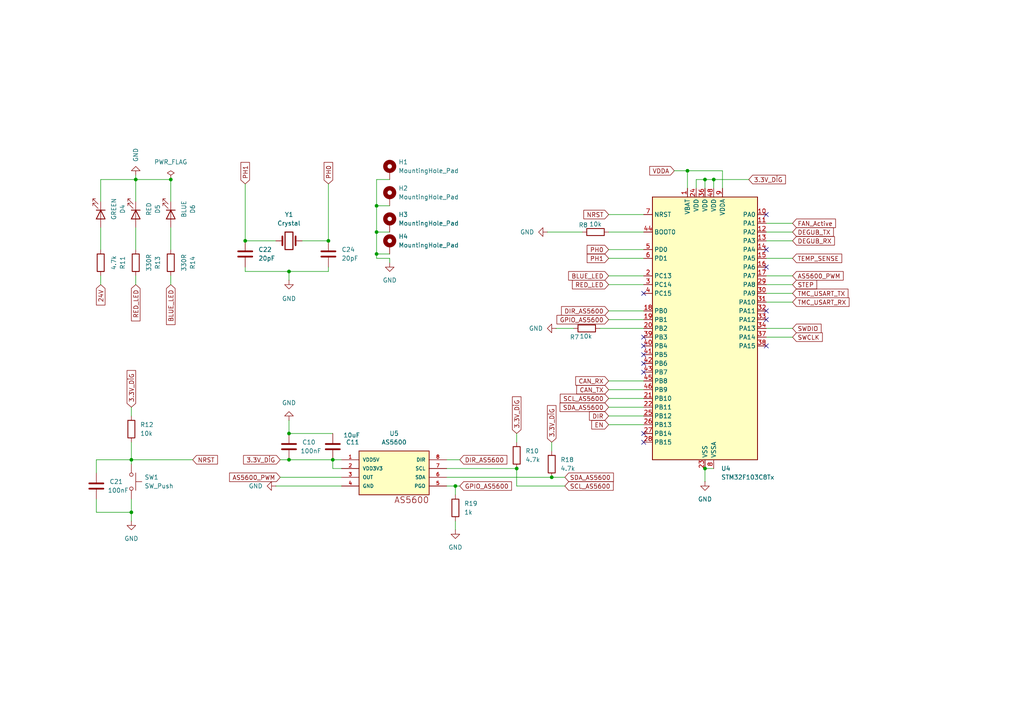
<source format=kicad_sch>
(kicad_sch (version 20250114) (generator "eeschema") (generator_version "9.0")
  (paper "A4")
  (lib_symbols
    (symbol "AS5600:AS5600" (pin_names (offset 1.016))
      (property "Reference" "U" (at 0 0 0))
      (property "Value" "AS5600" (at 0 0 0))
      (symbol "AS5600_0_0"
        (rectangle (start -10.16 -7.62) (end 10.16 5.08) (stroke (width 0.254)) (fill (type background)))
        (text "AS5600" (at 0 -10.16 0) (effects (font (size 1.778 1.778)) (justify left bottom)))
        (pin power_in line (at -15.24 2.54 0) (length 5.08) (name "VDD5V") (number "1"))
        (pin power_in line (at -15.24 0 0) (length 5.08) (name "VDD3V3") (number "2"))
        (pin output line (at -15.24 -2.54 0) (length 5.08) (name "OUT") (number "3"))
        (pin power_in line (at -15.24 -5.08 0) (length 5.08) (name "GND") (number "4"))
        (pin input line (at 15.24 2.54 180) (length 5.08) (name "DIR") (number "8"))
        (pin input line (at 15.24 0 180) (length 5.08) (name "SCL") (number "7"))
        (pin bidirectional line (at 15.24 -2.54 180) (length 5.08) (name "SDA") (number "6"))
        (pin input line (at 15.24 -5.08 180) (length 5.08) (name "PGO") (number "5"))
      )
    )
    (symbol "Device:C" (pin_numbers (hide yes)) (pin_names (offset 0.254))
      (property "Reference" "C" (at 0.635 2.54 0))
      (property "Value" "C" (at 0.635 -2.54 0))
      (symbol "C_0_1"
        (polyline (pts (xy -2.032 0.762) (xy 2.032 0.762)) (stroke (width 0.508)))
        (polyline (pts (xy -2.032 -0.762) (xy 2.032 -0.762)) (stroke (width 0.508)))
      )
      (symbol "C_1_1"
        (pin passive line (at 0 3.81 270) (length 2.794) (name "~") (number "1"))
        (pin passive line (at 0 -3.81 90) (length 2.794) (name "~") (number "2"))
      )
    )
    (symbol "Device:Crystal" (pin_numbers (hide yes)) (pin_names (offset 1.016) (hide yes))
      (property "Reference" "Y" (at 0 3.81 0))
      (property "Value" "Crystal" (at 0 -3.81 0))
      (symbol "Crystal_0_1"
        (polyline (pts (xy -2.54 0) (xy -1.905 0)))
        (polyline (pts (xy -1.905 -1.27) (xy -1.905 1.27)) (stroke (width 0.508)))
        (rectangle (start -1.143 2.54) (end 1.143 -2.54) (stroke (width 0.3048)))
        (polyline (pts (xy 1.905 -1.27) (xy 1.905 1.27)) (stroke (width 0.508)))
        (polyline (pts (xy 2.54 0) (xy 1.905 0)))
      )
      (symbol "Crystal_1_1"
        (pin passive line (at -3.81 0 0) (length 1.27) (name "1") (number "1"))
        (pin passive line (at 3.81 0 180) (length 1.27) (name "2") (number "2"))
      )
    )
    (symbol "Device:LED" (pin_numbers (hide yes)) (pin_names (offset 1.016) (hide yes))
      (property "Reference" "D" (at 0 2.54 0))
      (property "Value" "LED" (at 0 -2.54 0))
      (symbol "LED_0_1"
        (polyline (pts (xy -3.048 -0.762) (xy -4.572 -2.286) (xy -3.81 -2.286) (xy -4.572 -2.286) (xy -4.572 -1.524)))
        (polyline (pts (xy -1.778 -0.762) (xy -3.302 -2.286) (xy -2.54 -2.286) (xy -3.302 -2.286) (xy -3.302 -1.524)))
        (polyline (pts (xy -1.27 0) (xy 1.27 0)))
        (polyline (pts (xy -1.27 -1.27) (xy -1.27 1.27)) (stroke (width 0.254)))
        (polyline (pts (xy 1.27 -1.27) (xy 1.27 1.27) (xy -1.27 0) (xy 1.27 -1.27)) (stroke (width 0.254)))
      )
      (symbol "LED_1_1"
        (pin passive line (at -3.81 0 0) (length 2.54) (name "K") (number "1"))
        (pin passive line (at 3.81 0 180) (length 2.54) (name "A") (number "2"))
      )
    )
    (symbol "Device:R" (pin_numbers (hide yes)) (pin_names (offset 0))
      (property "Reference" "R" (at 2.032 0 90))
      (property "Value" "R" (at 0 0 90))
      (symbol "R_0_1"
        (rectangle (start -1.016 -2.54) (end 1.016 2.54) (stroke (width 0.254)))
      )
      (symbol "R_1_1"
        (pin passive line (at 0 3.81 270) (length 1.27) (name "~") (number "1"))
        (pin passive line (at 0 -3.81 90) (length 1.27) (name "~") (number "2"))
      )
    )
    (symbol "MCU_ST_STM32F1:STM32F103C8Tx"
      (property "Reference" "U" (at -15.24 39.37 0))
      (property "Value" "STM32F103C8Tx" (at 7.62 39.37 0))
      (symbol "STM32F103C8Tx_0_1"
        (rectangle (start -15.24 -38.1) (end 15.24 38.1) (stroke (width 0.254)) (fill (type background)))
      )
      (symbol "STM32F103C8Tx_1_1"
        (pin input line (at -17.78 33.02 0) (length 2.54) (name "NRST") (number "7"))
        (pin input line (at -17.78 27.94 0) (length 2.54) (name "BOOT0") (number "44"))
        (pin bidirectional line (at -17.78 22.86 0) (length 2.54) (name "PD0") (number "5"))
        (pin bidirectional line (at -17.78 20.32 0) (length 2.54) (name "PD1") (number "6"))
        (pin bidirectional line (at -17.78 15.24 0) (length 2.54) (name "PC13") (number "2"))
        (pin bidirectional line (at -17.78 12.7 0) (length 2.54) (name "PC14") (number "3"))
        (pin bidirectional line (at -17.78 10.16 0) (length 2.54) (name "PC15") (number "4"))
        (pin bidirectional line (at -17.78 5.08 0) (length 2.54) (name "PB0") (number "18"))
        (pin bidirectional line (at -17.78 2.54 0) (length 2.54) (name "PB1") (number "19"))
        (pin bidirectional line (at -17.78 0 0) (length 2.54) (name "PB2") (number "20"))
        (pin bidirectional line (at -17.78 -2.54 0) (length 2.54) (name "PB3") (number "39"))
        (pin bidirectional line (at -17.78 -5.08 0) (length 2.54) (name "PB4") (number "40"))
        (pin bidirectional line (at -17.78 -7.62 0) (length 2.54) (name "PB5") (number "41"))
        (pin bidirectional line (at -17.78 -10.16 0) (length 2.54) (name "PB6") (number "42"))
        (pin bidirectional line (at -17.78 -12.7 0) (length 2.54) (name "PB7") (number "43"))
        (pin bidirectional line (at -17.78 -15.24 0) (length 2.54) (name "PB8") (number "45"))
        (pin bidirectional line (at -17.78 -17.78 0) (length 2.54) (name "PB9") (number "46"))
        (pin bidirectional line (at -17.78 -20.32 0) (length 2.54) (name "PB10") (number "21"))
        (pin bidirectional line (at -17.78 -22.86 0) (length 2.54) (name "PB11") (number "22"))
        (pin bidirectional line (at -17.78 -25.4 0) (length 2.54) (name "PB12") (number "25"))
        (pin bidirectional line (at -17.78 -27.94 0) (length 2.54) (name "PB13") (number "26"))
        (pin bidirectional line (at -17.78 -30.48 0) (length 2.54) (name "PB14") (number "27"))
        (pin bidirectional line (at -17.78 -33.02 0) (length 2.54) (name "PB15") (number "28"))
        (pin power_in line (at -5.08 40.64 270) (length 2.54) (name "VBAT") (number "1"))
        (pin power_in line (at -2.54 40.64 270) (length 2.54) (name "VDD") (number "24"))
        (pin power_in line (at 0 40.64 270) (length 2.54) (name "VDD") (number "36"))
        (pin power_in line (at 0 -40.64 90) (length 2.54) (name "VSS") (number "23"))
        (pin passive line (at 0 -40.64 90) (length 2.54) (hide yes) (name "VSS") (number "35"))
        (pin passive line (at 0 -40.64 90) (length 2.54) (hide yes) (name "VSS") (number "47"))
        (pin power_in line (at 2.54 40.64 270) (length 2.54) (name "VDD") (number "48"))
        (pin power_in line (at 2.54 -40.64 90) (length 2.54) (name "VSSA") (number "8"))
        (pin power_in line (at 5.08 40.64 270) (length 2.54) (name "VDDA") (number "9"))
        (pin bidirectional line (at 17.78 33.02 180) (length 2.54) (name "PA0") (number "10"))
        (pin bidirectional line (at 17.78 30.48 180) (length 2.54) (name "PA1") (number "11"))
        (pin bidirectional line (at 17.78 27.94 180) (length 2.54) (name "PA2") (number "12"))
        (pin bidirectional line (at 17.78 25.4 180) (length 2.54) (name "PA3") (number "13"))
        (pin bidirectional line (at 17.78 22.86 180) (length 2.54) (name "PA4") (number "14"))
        (pin bidirectional line (at 17.78 20.32 180) (length 2.54) (name "PA5") (number "15"))
        (pin bidirectional line (at 17.78 17.78 180) (length 2.54) (name "PA6") (number "16"))
        (pin bidirectional line (at 17.78 15.24 180) (length 2.54) (name "PA7") (number "17"))
        (pin bidirectional line (at 17.78 12.7 180) (length 2.54) (name "PA8") (number "29"))
        (pin bidirectional line (at 17.78 10.16 180) (length 2.54) (name "PA9") (number "30"))
        (pin bidirectional line (at 17.78 7.62 180) (length 2.54) (name "PA10") (number "31"))
        (pin bidirectional line (at 17.78 5.08 180) (length 2.54) (name "PA11") (number "32"))
        (pin bidirectional line (at 17.78 2.54 180) (length 2.54) (name "PA12") (number "33"))
        (pin bidirectional line (at 17.78 0 180) (length 2.54) (name "PA13") (number "34"))
        (pin bidirectional line (at 17.78 -2.54 180) (length 2.54) (name "PA14") (number "37"))
        (pin bidirectional line (at 17.78 -5.08 180) (length 2.54) (name "PA15") (number "38"))
      )
    )
    (symbol "Mechanical:MountingHole_Pad" (pin_numbers (hide yes)) (pin_names (offset 1.016) (hide yes)) (in_bom no)
      (property "Reference" "H" (at 0 6.35 0))
      (property "Value" "MountingHole_Pad" (at 0 4.445 0))
      (symbol "MountingHole_Pad_0_1"
        (circle (center 0 1.27) (radius 1.27) (stroke (width 1.27)))
      )
      (symbol "MountingHole_Pad_1_1"
        (pin input line (at 0 -2.54 90) (length 2.54) (name "1") (number "1"))
      )
    )
    (symbol "Switch:SW_Push" (pin_numbers (hide yes)) (pin_names (offset 1.016) (hide yes))
      (property "Reference" "SW" (at 1.27 2.54 0))
      (property "Value" "SW_Push" (at 0 -1.524 0))
      (symbol "SW_Push_0_1"
        (circle (center -2.032 0) (radius 0.508))
        (polyline (pts (xy 0 1.27) (xy 0 3.048)))
        (circle (center 2.032 0) (radius 0.508))
        (polyline (pts (xy 2.54 1.27) (xy -2.54 1.27)))
        (pin passive line (at -5.08 0 0) (length 2.54) (name "1") (number "1"))
        (pin passive line (at 5.08 0 180) (length 2.54) (name "2") (number "2"))
      )
    )
    (symbol "power:GND" (power) (pin_numbers (hide yes)) (pin_names (offset 0) (hide yes))
      (property "Value" "GND" (at 0 -3.81 0))
      (symbol "GND_0_1"
        (polyline (pts (xy 0 0) (xy 0 -1.27) (xy 1.27 -1.27) (xy 0 -2.54) (xy -1.27 -1.27) (xy 0 -1.27)))
      )
      (symbol "GND_1_1"
        (pin power_in line (at 0 0 270) (length 0) (name "~") (number "1"))
      )
    )
    (symbol "power:PWR_FLAG" (power) (pin_numbers (hide yes)) (pin_names (offset 0) (hide yes))
      (property "Value" "PWR_FLAG" (at 0 3.81 0))
      (symbol "PWR_FLAG_0_0"
        (pin power_out line (at 0 0 90) (length 0) (name "~") (number "1"))
      )
      (symbol "PWR_FLAG_0_1"
        (polyline (pts (xy 0 0) (xy 0 1.27) (xy -1.016 1.905) (xy 0 2.54) (xy 1.016 1.905) (xy 0 1.27)))
      )
    )
  )
  (junction (at 49.53 52.07))
  (junction (at 38.1 133.35))
  (junction (at 204.47 52.07))
  (junction (at 132.08 140.97))
  (junction (at 149.86 135.89))
  (junction (at 39.37 52.07))
  (junction (at 109.22 73.66))
  (junction (at 83.82 78.74))
  (junction (at 95.25 69.85))
  (junction (at 109.22 59.69))
  (junction (at 38.1 148.59))
  (junction (at 199.39 49.53))
  (junction (at 109.22 67.31))
  (junction (at 204.47 135.89))
  (junction (at 160.02 138.43))
  (junction (at 83.82 133.35))
  (junction (at 83.82 125.73))
  (junction (at 96.52 133.35))
  (junction (at 71.12 69.85))
  (junction (at 207.01 52.07))
  (no_connect (at 222.25 92.71))
  (no_connect (at 222.25 90.17))
  (no_connect (at 186.69 107.95))
  (no_connect (at 186.69 102.87))
  (no_connect (at 222.25 72.39))
  (no_connect (at 222.25 62.23))
  (no_connect (at 186.69 97.79))
  (no_connect (at 186.69 105.41))
  (no_connect (at 186.69 85.09))
  (no_connect (at 222.25 77.47))
  (no_connect (at 186.69 128.27))
  (no_connect (at 186.69 125.73))
  (no_connect (at 186.69 100.33))
  (no_connect (at 222.25 100.33))
  (wire (pts (xy 99.06 135.89) (xy 96.52 135.89)))
  (wire (pts (xy 222.25 95.25) (xy 229.87 95.25)))
  (wire (pts (xy 38.1 133.35) (xy 55.88 133.35)))
  (wire (pts (xy 176.53 62.23) (xy 186.69 62.23)))
  (wire (pts (xy 149.86 140.97) (xy 149.86 135.89)))
  (wire (pts (xy 27.94 133.35) (xy 38.1 133.35)))
  (wire (pts (xy 96.52 135.89) (xy 96.52 133.35)))
  (wire (pts (xy 222.25 97.79) (xy 229.87 97.79)))
  (wire (pts (xy 71.12 53.34) (xy 71.12 69.85)))
  (wire (pts (xy 39.37 52.07) (xy 39.37 58.42)))
  (wire (pts (xy 109.22 52.07) (xy 113.03 52.07)))
  (wire (pts (xy 176.53 110.49) (xy 186.69 110.49)))
  (wire (pts (xy 109.22 73.66) (xy 109.22 67.31)))
  (wire (pts (xy 201.93 52.07) (xy 204.47 52.07)))
  (wire (pts (xy 27.94 148.59) (xy 38.1 148.59)))
  (wire (pts (xy 39.37 52.07) (xy 29.21 52.07)))
  (wire (pts (xy 149.86 125.73) (xy 149.86 128.27)))
  (wire (pts (xy 49.53 66.04) (xy 49.53 72.39)))
  (wire (pts (xy 49.53 52.07) (xy 49.53 58.42)))
  (wire (pts (xy 83.82 78.74) (xy 95.25 78.74)))
  (wire (pts (xy 27.94 137.16) (xy 27.94 133.35)))
  (wire (pts (xy 229.87 80.01) (xy 222.25 80.01)))
  (wire (pts (xy 204.47 52.07) (xy 207.01 52.07)))
  (wire (pts (xy 160.02 128.27) (xy 160.02 130.81)))
  (wire (pts (xy 204.47 52.07) (xy 204.47 54.61)))
  (wire (pts (xy 207.01 52.07) (xy 217.17 52.07)))
  (wire (pts (xy 109.22 59.69) (xy 109.22 67.31)))
  (wire (pts (xy 176.53 90.17) (xy 186.69 90.17)))
  (wire (pts (xy 38.1 118.11) (xy 38.1 120.65)))
  (wire (pts (xy 201.93 54.61) (xy 201.93 52.07)))
  (wire (pts (xy 209.55 49.53) (xy 209.55 54.61)))
  (wire (pts (xy 109.22 74.93) (xy 109.22 73.66)))
  (wire (pts (xy 132.08 140.97) (xy 129.54 140.97)))
  (wire (pts (xy 132.08 151.13) (xy 132.08 153.67)))
  (wire (pts (xy 176.53 115.57) (xy 186.69 115.57)))
  (wire (pts (xy 109.22 52.07) (xy 109.22 59.69)))
  (wire (pts (xy 109.22 73.66) (xy 113.03 73.66)))
  (wire (pts (xy 71.12 78.74) (xy 71.12 77.47)))
  (wire (pts (xy 38.1 148.59) (xy 38.1 144.78)))
  (wire (pts (xy 133.35 140.97) (xy 132.08 140.97)))
  (wire (pts (xy 176.53 67.31) (xy 186.69 67.31)))
  (wire (pts (xy 176.53 72.39) (xy 186.69 72.39)))
  (wire (pts (xy 176.53 123.19) (xy 186.69 123.19)))
  (wire (pts (xy 158.75 67.31) (xy 168.91 67.31)))
  (wire (pts (xy 38.1 133.35) (xy 38.1 134.62)))
  (wire (pts (xy 71.12 78.74) (xy 83.82 78.74)))
  (wire (pts (xy 113.03 74.93) (xy 109.22 74.93)))
  (wire (pts (xy 222.25 82.55) (xy 229.87 82.55)))
  (wire (pts (xy 207.01 52.07) (xy 207.01 54.61)))
  (wire (pts (xy 29.21 52.07) (xy 29.21 58.42)))
  (wire (pts (xy 95.25 53.34) (xy 95.25 69.85)))
  (wire (pts (xy 96.52 133.35) (xy 99.06 133.35)))
  (wire (pts (xy 83.82 78.74) (xy 83.82 81.28)))
  (wire (pts (xy 176.53 113.03) (xy 186.69 113.03)))
  (wire (pts (xy 166.37 95.25) (xy 161.29 95.25)))
  (wire (pts (xy 39.37 66.04) (xy 39.37 72.39)))
  (wire (pts (xy 27.94 144.78) (xy 27.94 148.59)))
  (wire (pts (xy 83.82 125.73) (xy 96.52 125.73)))
  (wire (pts (xy 199.39 49.53) (xy 199.39 54.61)))
  (wire (pts (xy 195.58 49.53) (xy 199.39 49.53)))
  (wire (pts (xy 81.28 138.43) (xy 99.06 138.43)))
  (wire (pts (xy 176.53 82.55) (xy 186.69 82.55)))
  (wire (pts (xy 222.25 87.63) (xy 229.87 87.63)))
  (wire (pts (xy 132.08 140.97) (xy 132.08 143.51)))
  (wire (pts (xy 80.01 140.97) (xy 99.06 140.97)))
  (wire (pts (xy 39.37 80.01) (xy 39.37 82.55)))
  (wire (pts (xy 176.53 74.93) (xy 186.69 74.93)))
  (wire (pts (xy 29.21 80.01) (xy 29.21 82.55)))
  (wire (pts (xy 49.53 52.07) (xy 39.37 52.07)))
  (wire (pts (xy 95.25 78.74) (xy 95.25 77.47)))
  (wire (pts (xy 109.22 67.31) (xy 113.03 67.31)))
  (wire (pts (xy 129.54 138.43) (xy 160.02 138.43)))
  (wire (pts (xy 83.82 121.92) (xy 83.82 125.73)))
  (wire (pts (xy 222.25 64.77) (xy 229.87 64.77)))
  (wire (pts (xy 38.1 148.59) (xy 38.1 151.13)))
  (wire (pts (xy 222.25 69.85) (xy 229.87 69.85)))
  (wire (pts (xy 222.25 74.93) (xy 229.87 74.93)))
  (wire (pts (xy 113.03 74.93) (xy 113.03 76.2)))
  (wire (pts (xy 176.53 92.71) (xy 186.69 92.71)))
  (wire (pts (xy 163.83 140.97) (xy 149.86 140.97)))
  (wire (pts (xy 176.53 80.01) (xy 186.69 80.01)))
  (wire (pts (xy 29.21 66.04) (xy 29.21 72.39)))
  (wire (pts (xy 109.22 59.69) (xy 113.03 59.69)))
  (wire (pts (xy 129.54 133.35) (xy 133.35 133.35)))
  (wire (pts (xy 39.37 50.8) (xy 39.37 52.07)))
  (wire (pts (xy 87.63 69.85) (xy 95.25 69.85)))
  (wire (pts (xy 49.53 80.01) (xy 49.53 82.55)))
  (wire (pts (xy 71.12 69.85) (xy 80.01 69.85)))
  (wire (pts (xy 160.02 138.43) (xy 163.83 138.43)))
  (wire (pts (xy 38.1 128.27) (xy 38.1 133.35)))
  (wire (pts (xy 204.47 135.89) (xy 204.47 139.7)))
  (wire (pts (xy 83.82 133.35) (xy 96.52 133.35)))
  (wire (pts (xy 176.53 118.11) (xy 186.69 118.11)))
  (wire (pts (xy 204.47 135.89) (xy 207.01 135.89)))
  (wire (pts (xy 222.25 67.31) (xy 229.87 67.31)))
  (wire (pts (xy 81.28 133.35) (xy 83.82 133.35)))
  (wire (pts (xy 222.25 85.09) (xy 229.87 85.09)))
  (wire (pts (xy 176.53 120.65) (xy 186.69 120.65)))
  (wire (pts (xy 199.39 49.53) (xy 209.55 49.53)))
  (wire (pts (xy 129.54 135.89) (xy 149.86 135.89)))
  (wire (pts (xy 186.69 95.25) (xy 173.99 95.25)))
  (global_label "BLUE_LED" (shape input) (at 176.53 80.01 180) (property "Intersheetrefs" "${INTERSHEET_REFS}" (effects (hide yes))))
  (global_label "SCL_AS5600" (shape input) (at 176.53 115.57 180) (property "Intersheetrefs" "${INTERSHEET_REFS}" (effects (hide yes))))
  (global_label "3.3V_DİG" (shape input) (at 217.17 52.07 0) (property "Intersheetrefs" "${INTERSHEET_REFS}" (effects (hide yes))))
  (global_label "DIR" (shape input) (at 176.53 120.65 180) (property "Intersheetrefs" "${INTERSHEET_REFS}" (effects (hide yes))))
  (global_label "SWCLK" (shape input) (at 229.87 97.79 0) (property "Intersheetrefs" "${INTERSHEET_REFS}" (effects (hide yes))))
  (global_label "EN" (shape input) (at 176.53 123.19 180) (property "Intersheetrefs" "${INTERSHEET_REFS}" (effects (hide yes))))
  (global_label "AS5600_PWM" (shape input) (at 81.28 138.43 180) (property "Intersheetrefs" "${INTERSHEET_REFS}" (effects (hide yes))))
  (global_label "RED_LED" (shape input) (at 176.53 82.55 180) (property "Intersheetrefs" "${INTERSHEET_REFS}" (effects (hide yes))))
  (global_label "NRST" (shape input) (at 176.53 62.23 180) (property "Intersheetrefs" "${INTERSHEET_REFS}" (effects (hide yes))))
  (global_label "GPIO_AS5600" (shape input) (at 176.53 92.71 180) (property "Intersheetrefs" "${INTERSHEET_REFS}" (effects (hide yes))))
  (global_label "PH0" (shape input) (at 95.25 53.34 90) (property "Intersheetrefs" "${INTERSHEET_REFS}" (effects (hide yes))))
  (global_label "NRST" (shape input) (at 55.88 133.35 0) (property "Intersheetrefs" "${INTERSHEET_REFS}" (effects (hide yes))))
  (global_label "DEGUB_RX" (shape input) (at 229.87 69.85 0) (property "Intersheetrefs" "${INTERSHEET_REFS}" (effects (hide yes))))
  (global_label "24V" (shape input) (at 29.21 82.55 270) (property "Intersheetrefs" "${INTERSHEET_REFS}" (effects (hide yes))))
  (global_label "DIR_AS5600" (shape input) (at 176.53 90.17 180) (property "Intersheetrefs" "${INTERSHEET_REFS}" (effects (hide yes))))
  (global_label "3.3V_DİG" (shape input) (at 160.02 128.27 90) (property "Intersheetrefs" "${INTERSHEET_REFS}" (effects (hide yes))))
  (global_label "STEP" (shape input) (at 229.87 82.55 0) (property "Intersheetrefs" "${INTERSHEET_REFS}" (effects (hide yes))))
  (global_label "CAN_RX" (shape input) (at 176.53 110.49 180) (property "Intersheetrefs" "${INTERSHEET_REFS}" (effects (hide yes))))
  (global_label "VDDA" (shape input) (at 195.58 49.53 180) (property "Intersheetrefs" "${INTERSHEET_REFS}" (effects (hide yes))))
  (global_label "SDA_AS5600" (shape input) (at 163.83 138.43 0) (property "Intersheetrefs" "${INTERSHEET_REFS}" (effects (hide yes))))
  (global_label "RED_LED" (shape input) (at 39.37 82.55 270) (property "Intersheetrefs" "${INTERSHEET_REFS}" (effects (hide yes))))
  (global_label "DIR_AS5600" (shape input) (at 133.35 133.35 0) (property "Intersheetrefs" "${INTERSHEET_REFS}" (effects (hide yes))))
  (global_label "FAN_Active" (shape input) (at 229.87 64.77 0) (property "Intersheetrefs" "${INTERSHEET_REFS}" (effects (hide yes))))
  (global_label "PH1" (shape input) (at 71.12 53.34 90) (property "Intersheetrefs" "${INTERSHEET_REFS}" (effects (hide yes))))
  (global_label "SWDIO" (shape input) (at 229.87 95.25 0) (property "Intersheetrefs" "${INTERSHEET_REFS}" (effects (hide yes))))
  (global_label "BLUE_LED" (shape input) (at 49.53 82.55 270) (property "Intersheetrefs" "${INTERSHEET_REFS}" (effects (hide yes))))
  (global_label "AS5600_PWM" (shape input) (at 229.87 80.01 0) (property "Intersheetrefs" "${INTERSHEET_REFS}" (effects (hide yes))))
  (global_label "PH1" (shape input) (at 176.53 74.93 180) (property "Intersheetrefs" "${INTERSHEET_REFS}" (effects (hide yes))))
  (global_label "SDA_AS5600" (shape input) (at 176.53 118.11 180) (property "Intersheetrefs" "${INTERSHEET_REFS}" (effects (hide yes))))
  (global_label "GPIO_AS5600" (shape input) (at 133.35 140.97 0) (property "Intersheetrefs" "${INTERSHEET_REFS}" (effects (hide yes))))
  (global_label "PH0" (shape input) (at 176.53 72.39 180) (property "Intersheetrefs" "${INTERSHEET_REFS}" (effects (hide yes))))
  (global_label "CAN_TX" (shape input) (at 176.53 113.03 180) (property "Intersheetrefs" "${INTERSHEET_REFS}" (effects (hide yes))))
  (global_label "TMC_USART_TX" (shape input) (at 229.87 85.09 0) (property "Intersheetrefs" "${INTERSHEET_REFS}" (effects (hide yes))))
  (global_label "TEMP_SENSE" (shape input) (at 229.87 74.93 0) (property "Intersheetrefs" "${INTERSHEET_REFS}" (effects (hide yes))))
  (global_label "3.3V_DİG" (shape input) (at 81.28 133.35 180) (property "Intersheetrefs" "${INTERSHEET_REFS}" (effects (hide yes))))
  (global_label "SCL_AS5600" (shape input) (at 163.83 140.97 0) (property "Intersheetrefs" "${INTERSHEET_REFS}" (effects (hide yes))))
  (global_label "DEGUB_TX" (shape input) (at 229.87 67.31 0) (property "Intersheetrefs" "${INTERSHEET_REFS}" (effects (hide yes))))
  (global_label "3.3V_DİG" (shape input) (at 38.1 118.11 90) (property "Intersheetrefs" "${INTERSHEET_REFS}" (effects (hide yes))))
  (global_label "TMC_USART_RX" (shape input) (at 229.87 87.63 0) (property "Intersheetrefs" "${INTERSHEET_REFS}" (effects (hide yes))))
  (global_label "3.3V_DİG" (shape input) (at 149.86 125.73 90) (property "Intersheetrefs" "${INTERSHEET_REFS}" (effects (hide yes))))
  (symbol (lib_id "Device:R") (at 38.1 124.46 0) (unit 1)
    (property "Reference" "R12" (at 40.64 123.1899 0) (effects (justify left)))
    (property "Value" "10k" (at 40.64 125.7299 0) (effects (justify left)))
    (property "Footprint" "Resistor_SMD:R_0402_1005Metric" (effects (hide yes)))
    (property "Description" "Resistor" (effects (hide yes)))
  )
  (symbol (lib_id "power:PWR_FLAG") (at 49.53 52.07 0) (unit 1)
    (property "Reference" "#FLG05" (effects (hide yes)))
    (property "Value" "PWR_FLAG" (at 49.53 46.99 0))
    (property "Description" "Special symbol for telling ERC where power comes from" (effects (hide yes)))
  )
  (symbol (lib_id "Mechanical:MountingHole_Pad") (at 113.03 71.12 0) (unit 1) (in_bom no)
    (property "Reference" "H4" (at 115.57 68.5799 0) (effects (justify left)))
    (property "Value" "MountingHole_Pad" (at 115.57 71.1199 0) (effects (justify left)))
    (property "Footprint" "MountingHole:MountingHole_3.5mm_Pad_Via" (effects (hide yes)))
    (property "Description" "Mounting Hole with connection" (effects (hide yes)))
  )
  (symbol (lib_id "Mechanical:MountingHole_Pad") (at 113.03 49.53 0) (unit 1) (in_bom no)
    (property "Reference" "H1" (at 115.57 46.9899 0) (effects (justify left)))
    (property "Value" "MountingHole_Pad" (at 115.57 49.5299 0) (effects (justify left)))
    (property "Footprint" "MountingHole:MountingHole_3.5mm_Pad_Via" (effects (hide yes)))
    (property "Description" "Mounting Hole with connection" (effects (hide yes)))
  )
  (symbol (lib_id "Device:R") (at 132.08 147.32 180) (unit 1)
    (property "Reference" "R19" (at 134.62 146.0499 0) (effects (justify right)))
    (property "Value" "1k" (at 134.62 148.5899 0) (effects (justify right)))
    (property "Footprint" "Resistor_SMD:R_0402_1005Metric" (effects (hide yes)))
    (property "Description" "Resistor" (effects (hide yes)))
  )
  (symbol (lib_id "power:GND") (at 83.82 121.92 180) (unit 1)
    (property "Reference" "#PWR016" (effects (hide yes)))
    (property "Value" "GND" (at 83.82 116.84 0))
    (property "Description" "Power symbol creates a global label with name \"GND\" , ground" (effects (hide yes)))
  )
  (symbol (lib_id "Device:R") (at 39.37 76.2 0) (unit 1)
    (property "Reference" "R13" (at 45.72 76.2 90))
    (property "Value" "330R" (at 43.18 76.2 90))
    (property "Footprint" "Resistor_SMD:R_0402_1005Metric" (effects (hide yes)))
    (property "Description" "Resistor" (effects (hide yes)))
  )
  (symbol (lib_id "Device:R") (at 160.02 134.62 180) (unit 1)
    (property "Reference" "R18" (at 162.56 133.3499 0) (effects (justify right)))
    (property "Value" "4.7k" (at 162.56 135.8899 0) (effects (justify right)))
    (property "Footprint" "Resistor_SMD:R_0402_1005Metric" (effects (hide yes)))
    (property "Description" "Resistor" (effects (hide yes)))
  )
  (symbol (lib_id "Device:LED") (at 49.53 62.23 270) (unit 1)
    (property "Reference" "D6" (at 55.88 60.6425 0))
    (property "Value" "BLUE" (at 53.34 60.6425 0))
    (property "Footprint" "LED_SMD:LED_0402_1005Metric" (effects (hide yes)))
    (property "Description" "Light emitting diode" (effects (hide yes)))
    (property "Sim.Pins" "1=K 2=A" (effects (hide yes)))
  )
  (symbol (lib_id "Device:C") (at 71.12 73.66 0) (unit 1)
    (property "Reference" "C22" (at 74.93 72.3899 0) (effects (justify left)))
    (property "Value" "20pF" (at 74.93 74.9299 0) (effects (justify left)))
    (property "Footprint" "Capacitor_SMD:C_0603_1608Metric" (effects (hide yes)))
    (property "Description" "Unpolarized capacitor" (effects (hide yes)))
  )
  (symbol (lib_id "power:GND") (at 80.01 140.97 270) (unit 1)
    (property "Reference" "#PWR017" (effects (hide yes)))
    (property "Value" "GND" (at 76.2 140.9699 90) (effects (justify right)))
    (property "Description" "Power symbol creates a global label with name \"GND\" , ground" (effects (hide yes)))
  )
  (symbol (lib_id "Device:C") (at 83.82 129.54 0) (unit 1)
    (property "Reference" "C10" (at 87.63 128.2699 0) (effects (justify left)))
    (property "Value" "100nF" (at 87.122 130.81 0) (effects (justify left)))
    (property "Footprint" "Capacitor_SMD:C_0402_1005Metric" (effects (hide yes)))
    (property "Description" "Unpolarized capacitor" (effects (hide yes)))
  )
  (symbol (lib_id "Mechanical:MountingHole_Pad") (at 113.03 64.77 0) (unit 1) (in_bom no)
    (property "Reference" "H3" (at 115.57 62.2299 0) (effects (justify left)))
    (property "Value" "MountingHole_Pad" (at 115.57 64.7699 0) (effects (justify left)))
    (property "Footprint" "MountingHole:MountingHole_3.5mm_Pad_Via" (effects (hide yes)))
    (property "Description" "Mounting Hole with connection" (effects (hide yes)))
  )
  (symbol (lib_id "Device:Crystal") (at 83.82 69.85 0) (unit 1)
    (property "Reference" "Y1" (at 83.82 62.23 0))
    (property "Value" "Crystal" (at 83.82 64.77 0))
    (property "Footprint" "Crystal:Crystal_SMD_5032-2Pin_5.0x3.2mm" (effects (hide yes)))
    (property "Description" "Two pin crystal" (effects (hide yes)))
  )
  (symbol (lib_id "Device:R") (at 29.21 76.2 0) (unit 1)
    (property "Reference" "R11" (at 35.56 76.2 90))
    (property "Value" "4.7k" (at 33.02 76.2 90))
    (property "Footprint" "Resistor_SMD:R_0603_1608Metric" (effects (hide yes)))
    (property "Description" "Resistor" (effects (hide yes)))
  )
  (symbol (lib_id "Device:R") (at 170.18 95.25 90) (unit 1)
    (property "Reference" "R7" (at 166.624 97.79 90))
    (property "Value" "10k" (at 169.926 97.536 90))
    (property "Footprint" "Resistor_SMD:R_0402_1005Metric" (effects (hide yes)))
    (property "Description" "Resistor" (effects (hide yes)))
  )
  (symbol (lib_id "Mechanical:MountingHole_Pad") (at 113.03 57.15 0) (unit 1) (in_bom no)
    (property "Reference" "H2" (at 115.57 54.6099 0) (effects (justify left)))
    (property "Value" "MountingHole_Pad" (at 115.57 57.1499 0) (effects (justify left)))
    (property "Footprint" "MountingHole:MountingHole_3.5mm_Pad_Via" (effects (hide yes)))
    (property "Description" "Mounting Hole with connection" (effects (hide yes)))
  )
  (symbol (lib_id "power:GND") (at 113.03 76.2 0) (unit 1)
    (property "Reference" "#PWR038" (effects (hide yes)))
    (property "Value" "GND" (at 113.03 81.28 0))
    (property "Description" "Power symbol creates a global label with name \"GND\" , ground" (effects (hide yes)))
  )
  (symbol (lib_id "power:GND") (at 158.75 67.31 270) (unit 1)
    (property "Reference" "#PWR024" (effects (hide yes)))
    (property "Value" "GND" (at 154.94 67.3099 90) (effects (justify right)))
    (property "Description" "Power symbol creates a global label with name \"GND\" , ground" (effects (hide yes)))
  )
  (symbol (lib_id "Device:LED") (at 39.37 62.23 270) (unit 1)
    (property "Reference" "D5" (at 45.72 60.6425 0))
    (property "Value" "RED" (at 43.18 60.6425 0))
    (property "Footprint" "LED_SMD:LED_0402_1005Metric" (effects (hide yes)))
    (property "Description" "Light emitting diode" (effects (hide yes)))
    (property "Sim.Pins" "1=K 2=A" (effects (hide yes)))
  )
  (symbol (lib_id "MCU_ST_STM32F1:STM32F103C8Tx") (at 204.47 95.25 0) (unit 1)
    (property "Reference" "U4" (at 209.1533 135.89 0) (effects (justify left)))
    (property "Value" "STM32F103C8Tx" (at 209.1533 138.43 0) (effects (justify left)))
    (property "Footprint" "Package_QFP:LQFP-48_7x7mm_P0.5mm" (effects (hide yes)))
    (property "Datasheet" "https://www.st.com/resource/en/datasheet/stm32f103c8.pdf" (effects (hide yes)))
    (property "Description" "STMicroelectronics Arm Cortex-M3 MCU, 64KB flash, 20KB RAM, 72 MHz, 2.0-3.6V, 37 GPIO, LQFP48" (effects (hide yes)))
  )
  (symbol (lib_id "Device:C") (at 27.94 140.97 0) (unit 1)
    (property "Reference" "C21" (at 31.75 139.6999 0) (effects (justify left)))
    (property "Value" "100nF" (at 31.242 142.24 0) (effects (justify left)))
    (property "Footprint" "Capacitor_SMD:C_0402_1005Metric" (effects (hide yes)))
    (property "Description" "Unpolarized capacitor" (effects (hide yes)))
  )
  (symbol (lib_id "AS5600:AS5600") (at 114.3 135.89 0) (unit 1)
    (property "Reference" "U5" (at 114.3074 125.73 0))
    (property "Value" "AS5600" (at 114.3074 128.27 0))
    (property "Footprint" "AS5600:SOIC8" (effects (hide yes)))
    (property "MF" "Ams AG" (effects (hide yes)))
    (property "Description_1" "Hall Effect Sensor Rotary Position External Magnet, Not Included Gull Wing" (effects (hide yes)))
    (property "Package" "None" (effects (hide yes)))
    (property "Price" "None" (effects (hide yes)))
    (property "SnapEDA_Link" "https://www.snapeda.com/parts/AS5600/ams/view-part/?ref=snap" (effects (hide yes)))
    (property "MP" "AS5600" (effects (hide yes)))
    (property "Availability" "Not in stock" (effects (hide yes)))
    (property "Check_prices" "https://www.snapeda.com/parts/AS5600/ams/view-part/?ref=eda" (effects (hide yes)))
  )
  (symbol (lib_id "power:GND") (at 132.08 153.67 0) (unit 1)
    (property "Reference" "#PWR022" (effects (hide yes)))
    (property "Value" "GND" (at 132.08 158.75 0))
    (property "Description" "Power symbol creates a global label with name \"GND\" , ground" (effects (hide yes)))
  )
  (symbol (lib_id "power:GND") (at 39.37 50.8 180) (unit 1)
    (property "Reference" "#PWR033" (effects (hide yes)))
    (property "Value" "GND" (at 39.3701 46.99 90) (effects (justify right)))
    (property "Description" "Power symbol creates a global label with name \"GND\" , ground" (effects (hide yes)))
  )
  (symbol (lib_id "Device:LED") (at 29.21 62.23 270) (unit 1)
    (property "Reference" "D4" (at 35.56 60.6425 0))
    (property "Value" "GREEN" (at 33.02 60.6425 0))
    (property "Footprint" "LED_SMD:LED_0402_1005Metric" (effects (hide yes)))
    (property "Description" "Light emitting diode" (effects (hide yes)))
    (property "Sim.Pins" "1=K 2=A" (effects (hide yes)))
  )
  (symbol (lib_id "Switch:SW_Push") (at 38.1 139.7 270) (unit 1)
    (property "Reference" "SW1" (at 41.91 138.4299 90) (effects (justify left)))
    (property "Value" "SW_Push" (at 41.91 140.9699 90) (effects (justify left)))
    (property "Footprint" "Button_Switch_SMD:SW_Push_1P1T_NO_CK_KMR2" (effects (hide yes)))
    (property "Description" "Push button switch, generic, two pins" (effects (hide yes)))
  )
  (symbol (lib_id "Device:C") (at 95.25 73.66 0) (unit 1)
    (property "Reference" "C24" (at 99.06 72.3899 0) (effects (justify left)))
    (property "Value" "20pF" (at 99.06 74.9299 0) (effects (justify left)))
    (property "Footprint" "Capacitor_SMD:C_0603_1608Metric" (effects (hide yes)))
    (property "Description" "Unpolarized capacitor" (effects (hide yes)))
  )
  (symbol (lib_id "power:GND") (at 161.29 95.25 270) (unit 1)
    (property "Reference" "#PWR037" (effects (hide yes)))
    (property "Value" "GND" (at 157.48 95.2499 90) (effects (justify right)))
    (property "Description" "Power symbol creates a global label with name \"GND\" , ground" (effects (hide yes)))
  )
  (symbol (lib_id "power:GND") (at 83.82 81.28 0) (unit 1)
    (property "Reference" "#PWR034" (effects (hide yes)))
    (property "Value" "GND" (at 83.82 86.614 0))
    (property "Description" "Power symbol creates a global label with name \"GND\" , ground" (effects (hide yes)))
  )
  (symbol (lib_id "Device:C") (at 96.52 129.54 0) (unit 1)
    (property "Reference" "C11" (at 100.33 128.2699 0) (effects (justify left)))
    (property "Value" "10uF" (at 99.568 126.238 0) (effects (justify left)))
    (property "Footprint" "Capacitor_SMD:C_0402_1005Metric" (effects (hide yes)))
    (property "Description" "Unpolarized capacitor" (effects (hide yes)))
  )
  (symbol (lib_id "Device:R") (at 49.53 76.2 0) (unit 1)
    (property "Reference" "R14" (at 55.88 76.2 90))
    (property "Value" "330R" (at 53.34 76.2 90))
    (property "Footprint" "Resistor_SMD:R_0402_1005Metric" (effects (hide yes)))
    (property "Description" "Resistor" (effects (hide yes)))
  )
  (symbol (lib_id "Device:R") (at 172.72 67.31 90) (unit 1)
    (property "Reference" "R8" (at 169.164 65.278 90))
    (property "Value" "10k" (at 172.72 65.024 90))
    (property "Footprint" "Resistor_SMD:R_0402_1005Metric" (effects (hide yes)))
    (property "Description" "Resistor" (effects (hide yes)))
  )
  (symbol (lib_id "Device:R") (at 149.86 132.08 180) (unit 1)
    (property "Reference" "R10" (at 152.4 130.8099 0) (effects (justify right)))
    (property "Value" "4.7k" (at 152.4 133.3499 0) (effects (justify right)))
    (property "Footprint" "Resistor_SMD:R_0402_1005Metric" (effects (hide yes)))
    (property "Description" "Resistor" (effects (hide yes)))
  )
  (symbol (lib_id "power:GND") (at 38.1 151.13 0) (unit 1)
    (property "Reference" "#PWR032" (effects (hide yes)))
    (property "Value" "GND" (at 38.1 156.21 0))
    (property "Description" "Power symbol creates a global label with name \"GND\" , ground" (effects (hide yes)))
  )
  (symbol (lib_id "power:GND") (at 204.47 139.7 0) (unit 1)
    (property "Reference" "#PWR031" (effects (hide yes)))
    (property "Value" "GND" (at 204.47 144.78 0))
    (property "Description" "Power symbol creates a global label with name \"GND\" , ground" (effects (hide yes)))
  )
)
</source>
